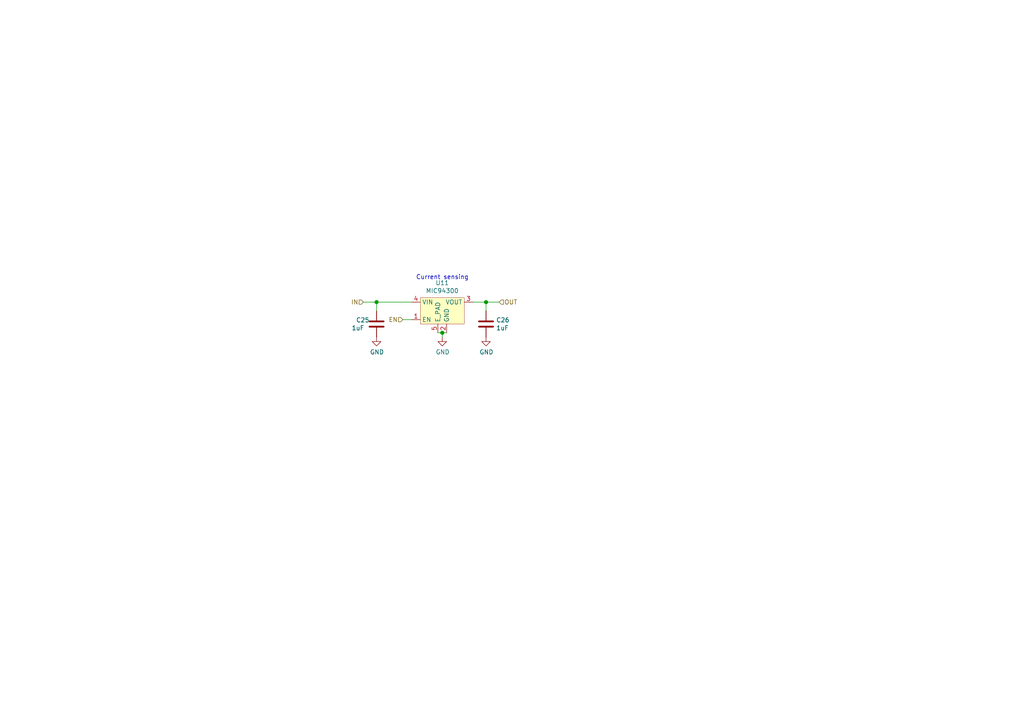
<source format=kicad_sch>
(kicad_sch (version 20201015) (generator eeschema)
  (paper "A4")
  (lib_symbols
    (symbol "Device:C" (pin_numbers hide) (pin_names (offset 0.254))
      (property "Reference" "C" (at 0.635 2.54 0))
      (property "Value" "C" (at 0.635 -2.54 0))
      (symbol "C_0_1"
        (polyline (pts (xy -2.032 -0.762) (xy 2.032 -0.762)) (stroke (width 0.508)))
        (polyline (pts (xy -2.032 0.762) (xy 2.032 0.762)) (stroke (width 0.508)))
      )
      (symbol "C_1_1"
        (pin passive line (at 0 3.81 270) (length 2.794) (name "~") (number "1"))
        (pin passive line (at 0 -3.81 90) (length 2.794) (name "~") (number "2"))
      )
    )
    (symbol "TCY_IC:MIC94300"
      (property "Reference" "U" (at 8.89 7.62 0))
      (property "Value" "MIC94300" (at 0 7.62 0))
      (symbol "MIC94300_0_1"
        (rectangle (start -6.35 -3.81) (end 6.35 3.81) (stroke (width 0.001)) (fill (type background)))
      )
      (symbol "MIC94300_1_1"
        (pin passive line (at -8.89 -2.54 0) (length 2.54) (name "EN") (number "1"))
        (pin passive line (at -8.89 2.54 0) (length 2.54) (name "VIN") (number "4"))
        (pin passive line (at 1.27 -6.35 90) (length 2.54) (name "GND") (number "2"))
        (pin passive line (at 8.89 2.54 180) (length 2.54) (name "VOUT") (number "3"))
        (pin passive line (at -1.27 -6.35 90) (length 2.54) (name "E_PAD") (number "5"))
      )
    )
    (symbol "power:GND" (power) (pin_names (offset 0))
      (property "Value" "GND" (at 0 -3.81 0))
      (symbol "GND_0_1"
        (polyline (pts (xy 0 0) (xy 0 -1.27) (xy 1.27 -1.27) (xy 0 -2.54) (xy -1.27 -1.27) (xy 0 -1.27)))
      )
      (symbol "GND_1_1"
        (pin power_in line (at 0 0 270) (length 0) hide (name "GND") (number "1"))
      )
    )
  )
  (junction (at 109.22 87.63) (diameter 1.016))
  (junction (at 128.27 96.52) (diameter 1.016))
  (junction (at 140.97 87.63) (diameter 1.016))
  (wire (pts (xy 105.41 87.63) (xy 109.22 87.63)))
  (wire (pts (xy 109.22 87.63) (xy 109.22 90.17)))
  (wire (pts (xy 109.22 87.63) (xy 119.38 87.63)))
  (wire (pts (xy 116.84 92.71) (xy 119.38 92.71)))
  (wire (pts (xy 127 96.52) (xy 128.27 96.52)))
  (wire (pts (xy 128.27 96.52) (xy 128.27 97.79)))
  (wire (pts (xy 128.27 96.52) (xy 129.54 96.52)))
  (wire (pts (xy 137.16 87.63) (xy 140.97 87.63)))
  (wire (pts (xy 140.97 87.63) (xy 140.97 90.17)))
  (wire (pts (xy 140.97 87.63) (xy 144.78 87.63)))
  (text "Current sensing" (at 120.65 81.28 0) (effects (font (size 1.27 1.27)) (justify left bottom)))
  (hierarchical_label "IN" (shape input) (at 105.41 87.63 180))
  (hierarchical_label "EN" (shape input) (at 116.84 92.71 180))
  (hierarchical_label "OUT" (shape input) (at 144.78 87.63 0))
  (symbol (lib_id "power:GND") (at 109.22 97.79 0)
    (property "Reference" "#PWR080" (effects hide))
    (property "Value" "GND" (at 109.3343 102.1144 0))
  )
  (symbol (lib_id "power:GND") (at 128.27 97.79 0)
    (property "Reference" "#PWR081" (effects hide))
    (property "Value" "GND" (at 128.3843 102.1144 0))
  )
  (symbol (lib_id "power:GND") (at 140.97 97.79 0)
    (property "Reference" "#PWR082" (effects hide))
    (property "Value" "GND" (at 141.0843 102.1144 0))
  )
  (symbol (lib_id "Device:C") (at 109.22 93.98 0)
    (property "Reference" "C25" (at 103.2511 92.8306 0) (effects (justify left)))
    (property "Value" "1uF" (at 101.981 95.129 0) (effects (justify left)))
    (property "Footprint" "Capacitor_SMD:C_0603_1608Metric" (effects hide))
  )
  (symbol (lib_id "Device:C") (at 140.97 93.98 0)
    (property "Reference" "C26" (at 143.8911 92.8306 0) (effects (justify left)))
    (property "Value" "1uF" (at 143.891 95.129 0) (effects (justify left)))
    (property "Footprint" "Capacitor_SMD:C_0603_1608Metric" (effects hide))
  )
  (symbol (lib_id "TCY_IC:MIC94300") (at 128.27 90.17 0)
    (property "Reference" "U11" (at 128.27 82.0482 0))
    (property "Value" "MIC94300" (at 128.27 84.3469 0))
    (property "Footprint" "TCY_IC:MLF-4_1.2x1.6mm_P0.5_1EP_0.85x0.5mm" (effects hide))
    (property "Datasheet" "https://cz.mouser.com/datasheet/2/268/MIC94305-1076823.pdf" (effects hide))
  )
)
</source>
